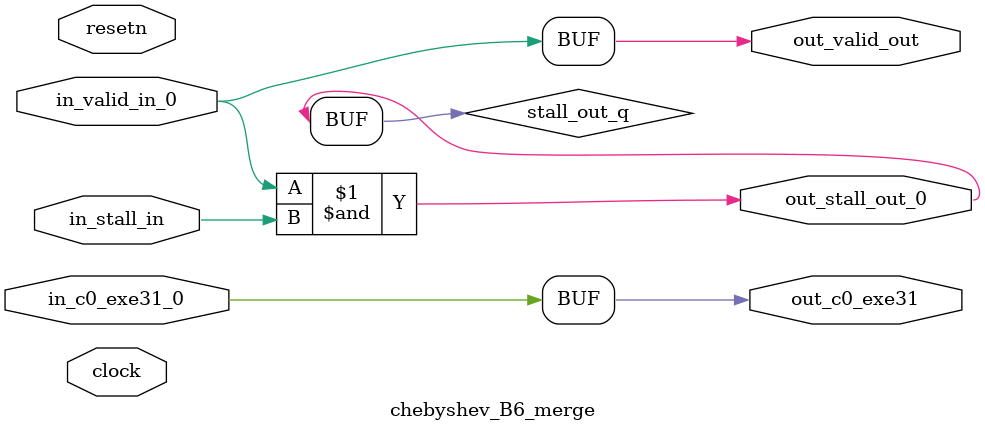
<source format=sv>



(* altera_attribute = "-name AUTO_SHIFT_REGISTER_RECOGNITION OFF; -name MESSAGE_DISABLE 10036; -name MESSAGE_DISABLE 10037; -name MESSAGE_DISABLE 14130; -name MESSAGE_DISABLE 14320; -name MESSAGE_DISABLE 15400; -name MESSAGE_DISABLE 14130; -name MESSAGE_DISABLE 10036; -name MESSAGE_DISABLE 12020; -name MESSAGE_DISABLE 12030; -name MESSAGE_DISABLE 12010; -name MESSAGE_DISABLE 12110; -name MESSAGE_DISABLE 14320; -name MESSAGE_DISABLE 13410; -name MESSAGE_DISABLE 113007; -name MESSAGE_DISABLE 10958" *)
module chebyshev_B6_merge (
    input wire [0:0] in_c0_exe31_0,
    input wire [0:0] in_stall_in,
    input wire [0:0] in_valid_in_0,
    output wire [0:0] out_c0_exe31,
    output wire [0:0] out_stall_out_0,
    output wire [0:0] out_valid_out,
    input wire clock,
    input wire resetn
    );

    wire [0:0] stall_out_q;


    // out_c0_exe31(GPOUT,5)
    assign out_c0_exe31 = in_c0_exe31_0;

    // stall_out(LOGICAL,8)
    assign stall_out_q = in_valid_in_0 & in_stall_in;

    // out_stall_out_0(GPOUT,6)
    assign out_stall_out_0 = stall_out_q;

    // out_valid_out(GPOUT,7)
    assign out_valid_out = in_valid_in_0;

endmodule

</source>
